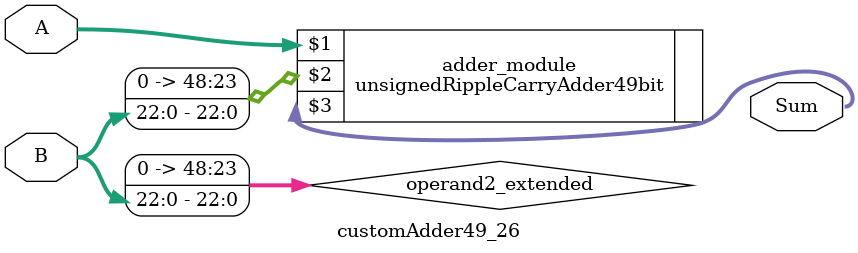
<source format=v>
module customAdder49_26(
                        input [48 : 0] A,
                        input [22 : 0] B,
                        
                        output [49 : 0] Sum
                );

        wire [48 : 0] operand2_extended;
        
        assign operand2_extended =  {26'b0, B};
        
        unsignedRippleCarryAdder49bit adder_module(
            A,
            operand2_extended,
            Sum
        );
        
        endmodule
        
</source>
